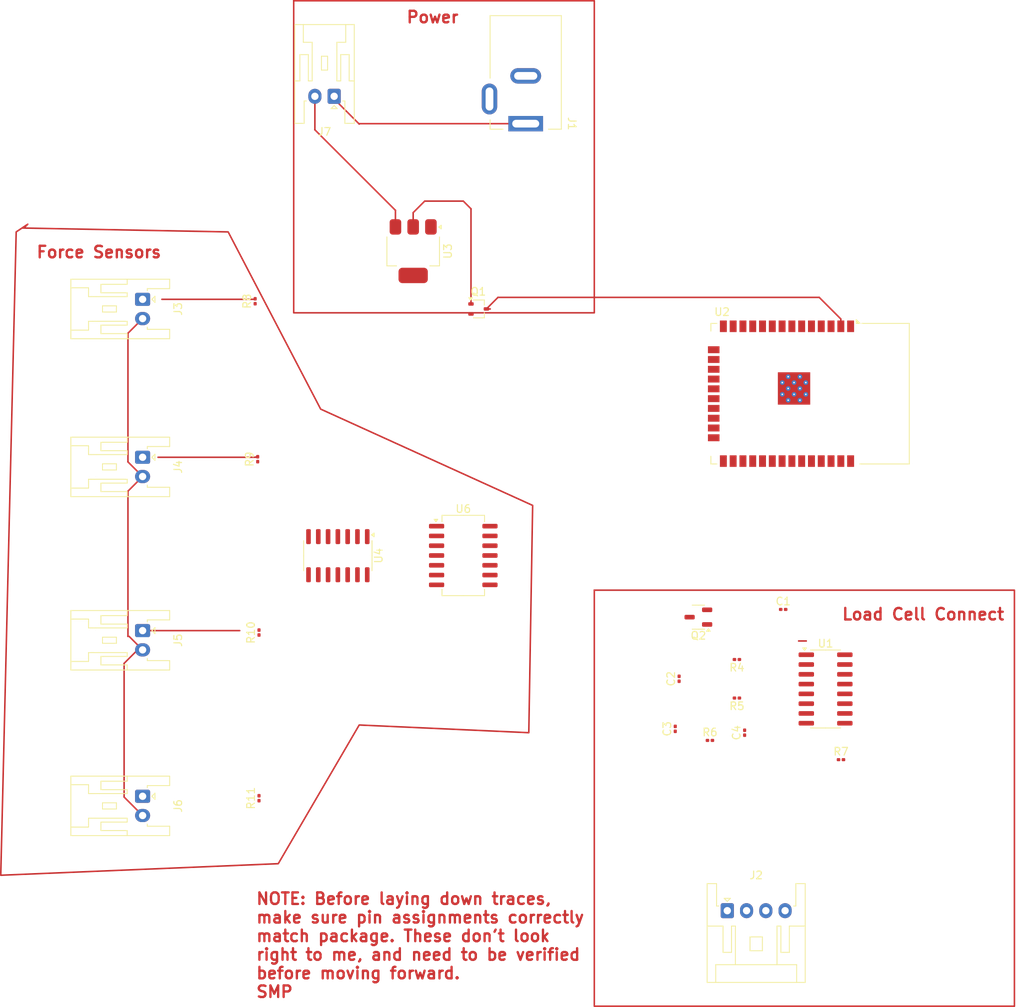
<source format=kicad_pcb>
(kicad_pcb (version 20240108) (generator "pcbnew") (generator_version "8.0")
  (title_block (title "FLOPS") (date "2024-11-07") (rev "REV1") (comment 1 "Team 09"))
  (layers (0 "F.Cu" signal) (31 "B.Cu" signal) (34 "B.Paste" user) (35 "F.Paste" user) (36 "B.SilkS" user "B.Silkscreen") (37 "F.SilkS" user "F.Silkscreen") (38 "B.Mask" user) (39 "F.Mask" user) (44 "Edge.Cuts" user))
  (net 0 "")
  (net 1 "+3.3V")
  (net 2 "Net-(Q2-B)")
  (net 3 "Net-(J2-Pin_1)")
  (net 4 "GND")
  (net 6 "Net-(U1-VBG)")
  (net 7 "Net-(U1-INA-)")
  (net 8 "Net-(U1-VFB)")
  (net 9 "Net-(U1-PD_SCK)")
  (net 10 "Net-(U1-DOUT)")
  (net 11 "Net-(U1-INA+)")
  (net 43 "Net-(J3-Pin_1)")
  (net 44 "+5V")
  (net 45 "Net-(J2-Pin_3)")
  (net 46 "Net-(J2-Pin_4)")
  (net 47 "+5")
  (net 48 "Net-(J4-Pin_1)")
  (net 49 "Net-(J5-Pin_1)")
  (net 50 "Net-(J6-Pin_1)")
  (net 51 "Net-(J7-Pin_2)")
  (net 52 "Net-(Q1-G)")
  (net 53 "Net-(Q1-S)")
  (net 55 "Net-(U4C--)")
  (net 56 "Net-(U4A--)")
  (net 57 "Net-(U4B--)")
  (net 58 "Net-(R1-Pad1)")
  (net 59 "Net-(U4D--)")
  (footprint "Resistor_SMD:R_0201_0603Metric" (layer "F.Cu") (at 127.5 130.5)
    (property "Reference" "R7" (at 0 -1.05 0) (layer "F.SilkS"))
    (property "Value" "0603")
    (pad "1" smd roundrect (at -0.32 0) (size 0.46 0.4) (layers "F.Cu" "F.Mask") (net 11 "Net-(U1-INA+)"))
    (pad "2" smd roundrect (at 0.32 0) (size 0.46 0.4) (layers "F.Cu" "F.Mask") (net 46 "Net-(J2-Pin_4)"))
  )
  (footprint "Resistor_SMD:R_0201_0603Metric" (layer "F.Cu") (at 52 135.5 90)
    (property "Reference" "R11" (at 0 -1.05 90) (layer "F.SilkS"))
    (property "Value" "0603")
    (pad "1" smd roundrect (at -0.32 0 90) (size 0.46 0.4) (layers "F.Cu" "F.Mask") (net 4 "GND"))
    (pad "2" smd roundrect (at 0.32 0 90) (size 0.46 0.4) (layers "F.Cu" "F.Mask") (net 50 "Net-(J6-Pin_1)"))
  )
  (footprint "Capacitor_SMD:C_0201_0603Metric" (layer "F.Cu") (at 106 126.5 90)
    (property "Reference" "C3" (at 0 -1.05 90) (layer "F.SilkS"))
    (property "Value" "0603")
    (pad "1" smd roundrect (at -0.32 0 90) (size 0.46 0.4) (layers "F.Cu" "F.Mask") (net 6 "Net-(U1-VBG)"))
    (pad "2" smd roundrect (at 0.32 0 90) (size 0.46 0.4) (layers "F.Cu" "F.Mask") (net 4 "GND"))
  )
  (footprint "Connector_JST:JST_XA_S04B-XASK-1N-BN_1x04_P2.50mm_Horizontal" (layer "F.Cu") (at 112.75 150.1)
    (property "Reference" "J2" (at 3.75 -4.6 360) (layer "F.SilkS"))
    (property "Value" "Conn_01x04")
    (fp_line (start -2.61 -3.51) (end -2.61 9.31) (stroke (width 0.12)) (layer "F.SilkS"))
    (fp_line (start -2.61 9.31) (end 10.11 9.31) (stroke (width 0.12)) (layer "F.SilkS"))
    (fp_line (start -1.5 7.01) (end 9 7.01) (stroke (width 0.12)) (layer "F.SilkS"))
    (fp_line (start -1.5 9.31) (end -1.5 7.01) (stroke (width 0.12)) (layer "F.SilkS"))
    (fp_line (start -1.39 -3.51) (end -2.61 -3.51) (stroke (width 0.12)) (layer "F.SilkS"))
    (fp_line (start -1.39 -0.61) (end -1.39 -3.51) (stroke (width 0.12)) (layer "F.SilkS"))
    (fp_line (start -1.11 -0.61) (end -1.39 -0.61) (stroke (width 0.12)) (layer "F.SilkS"))
    (fp_line (start -0.55 2) (end -2.61 2) (stroke (width 0.12)) (layer "F.SilkS"))
    (fp_line (start -0.55 5.41) (end -0.55 2) (stroke (width 0.12)) (layer "F.SilkS"))
    (fp_line (start -0.4 -1.6) (end 0.4 -1.6) (stroke (width 0.12)) (layer "F.SilkS"))
    (fp_line (start 0 -1.2) (end -0.4 -1.6) (stroke (width 0.12)) (layer "F.SilkS"))
    (fp_line (start 0.4 -1.6) (end 0 -1.2) (stroke (width 0.12)) (layer "F.SilkS"))
    (fp_line (start 0.55 2) (end 0.55 5.41) (stroke (width 0.12)) (layer "F.SilkS"))
    (fp_line (start 0.55 5.41) (end -0.55 5.41) (stroke (width 0.12)) (layer "F.SilkS"))
    (fp_line (start 1.05 2) (end 0.55 2) (stroke (width 0.12)) (layer "F.SilkS"))
    (fp_line (start 1.05 7.01) (end 1.05 2) (stroke (width 0.12)) (layer "F.SilkS"))
    (fp_line (start 2.95 3.4) (end 4.55 3.4) (stroke (width 0.12)) (layer "F.SilkS"))
    (fp_line (start 2.95 5.2) (end 2.95 3.4) (stroke (width 0.12)) (layer "F.SilkS"))
    (fp_line (start 4.55 3.4) (end 4.55 5.2) (stroke (width 0.12)) (layer "F.SilkS"))
    (fp_line (start 4.55 5.2) (end 2.95 5.2) (stroke (width 0.12)) (layer "F.SilkS"))
    (fp_line (start 6.45 2) (end 6.95 2) (stroke (width 0.12)) (layer "F.SilkS"))
    (fp_line (start 6.45 7.01) (end 6.45 2) (stroke (width 0.12)) (layer "F.SilkS"))
    (fp_line (start 6.95 2) (end 6.95 5.41) (stroke (width 0.12)) (layer "F.SilkS"))
    (fp_line (start 6.95 5.41) (end 8.05 5.41) (stroke (width 0.12)) (layer "F.SilkS"))
    (fp_line (start 8.05 2) (end 10.11 2) (stroke (width 0.12)) (layer "F.SilkS"))
    (fp_line (start 8.05 5.41) (end 8.05 2) (stroke (width 0.12)) (layer "F.SilkS"))
    (fp_line (start 8.89 -3.51) (end 8.89 -0.61) (stroke (width 0.12)) (layer "F.SilkS"))
    (fp_line (start 8.89 -0.61) (end 8.61 -0.61) (stroke (width 0.12)) (layer "F.SilkS"))
    (fp_line (start 9 7.01) (end 9 9.31) (stroke (width 0.12)) (layer "F.SilkS"))
    (fp_line (start 10.11 -3.51) (end 8.89 -3.51) (stroke (width 0.12)) (layer "F.SilkS"))
    (fp_line (start 10.11 9.31) (end 10.11 -3.51) (stroke (width 0.12)) (layer "F.SilkS"))
    (pad "1" thru_hole roundrect (at 0 0) (size 1.7 1.95) (drill 0.95) (layers "*.Cu" "*.Mask") (roundrect_rratio 0.147059) (net 3 "Net-(J2-Pin_1)"))
    (pad "2" thru_hole oval (at 2.5 0) (size 1.7 1.95) (drill 0.95) (layers "*.Cu" "*.Mask") (net 4 "GND"))
    (pad "3" thru_hole oval (at 5 0) (size 1.7 1.95) (drill 0.95) (layers "*.Cu" "*.Mask") (net 45 "Net-(J2-Pin_3)"))
    (pad "4" thru_hole oval (at 7.5 0) (size 1.7 1.95) (drill 0.95) (layers "*.Cu" "*.Mask") (net 46 "Net-(J2-Pin_4)"))
  )
  (footprint "Resistor_SMD:R_0201_0603Metric" (layer "F.Cu") (at 51.83 91.5 90)
    (property "Reference" "R9" (at 0 -1.05 90) (layer "F.SilkS"))
    (property "Value" "0603")
    (pad "1" smd roundrect (at -0.32 0 90) (size 0.46 0.4) (layers "F.Cu" "F.Mask") (net 4 "GND"))
    (pad "2" smd roundrect (at 0.32 0 90) (size 0.46 0.4) (layers "F.Cu" "F.Mask") (net 48 "Net-(J4-Pin_1)"))
  )
  (footprint "Package_TO_SOT_SMD:SOT-23-3" (layer "F.Cu") (at 109 112 180)
    (property "Reference" "Q2" (at 0 -2.4 360) (layer "F.SilkS"))
    (property "Value" "S8550")
    (fp_line (start 0 1.56) (end 0.8 1.56) (stroke (width 0.12)) (layer "F.SilkS"))
    (fp_line (start 0 1.56) (end -0.8 1.56) (stroke (width 0.12)) (layer "F.SilkS"))
    (fp_line (start 0 -1.56) (end 0.8 -1.56) (stroke (width 0.12)) (layer "F.SilkS"))
    (fp_line (start 0 -1.56) (end -0.8 -1.56) (stroke (width 0.12)) (layer "F.SilkS"))
    (fp_poly (pts (xy -1.3 -1.51) (xy -1.54 -1.84) (xy -1.06 -1.84) (xy -1.3 -1.51)) (stroke (width 0.12)) (fill solid) (layer "F.SilkS"))
    (pad "1" smd roundrect (at -1.1375 -0.95 180) (size 1.325 0.6) (layers "F.Cu" "F.Paste" "F.Mask") (net 1 "+3.3V"))
    (pad "2" smd roundrect (at -1.1375 0.95 180) (size 1.325 0.6) (layers "F.Cu" "F.Paste" "F.Mask") (net 2 "Net-(Q2-B)"))
    (pad "3" smd roundrect (at 1.1375 0 180) (size 1.325 0.6) (layers "F.Cu" "F.Paste" "F.Mask") (net 3 "Net-(J2-Pin_1)"))
  )
  (footprint "Package_TO_SOT_SMD:SOT-223" (layer "F.Cu") (at 72 64.5 -90)
    (property "Reference" "U3" (at 0 -4.5 90) (layer "F.SilkS"))
    (property "Value" "AZ1117CH-3.3")
    (fp_line (start -1.85 3.41) (end 1.91 3.41) (stroke (width 0.12)) (layer "F.SilkS"))
    (fp_line (start 1.91 3.41) (end 1.91 2.15) (stroke (width 0.12)) (layer "F.SilkS"))
    (fp_line (start -1.85 -3.41) (end 1.91 -3.41) (stroke (width 0.12)) (layer "F.SilkS"))
    (fp_line (start 1.91 -3.41) (end 1.91 -2.15) (stroke (width 0.12)) (layer "F.SilkS"))
    (fp_poly (pts (xy -3.13 -3.31) (xy -3.37 -3.64) (xy -2.89 -3.64) (xy -3.13 -3.31)) (stroke (width 0.12)) (fill solid) (layer "F.SilkS"))
    (pad "1" smd roundrect (at -3.15 -2.3 270) (size 2 1.5) (layers "F.Cu" "F.Paste" "F.Mask") (net 4 "GND"))
    (pad "2" smd roundrect (at -3.15 0 270) (size 2 1.5) (layers "F.Cu" "F.Paste" "F.Mask") (net 1 "+3.3V"))
    (pad "3" smd roundrect (at -3.15 2.3 270) (size 2 1.5) (layers "F.Cu" "F.Paste" "F.Mask") (net 51 "Net-(J7-Pin_2)"))
    (pad "4" smd roundrect (at 3.15 0 270) (size 2 3.8) (layers "F.Cu" "F.Paste" "F.Mask"))
  )
  (footprint "Connector_JST:JST_XA_S02B-XASK-1_1x02_P2.50mm_Horizontal" (layer "F.Cu") (at 36.9 70.75 -90)
    (property "Reference" "J3" (at 1.25 -4.6 90) (layer "F.SilkS"))
    (property "Value" "Conn_01x02")
    (fp_line (start -2.61 9.31) (end 5.11 9.31) (stroke (width 0.12)) (layer "F.SilkS"))
    (fp_line (start -1.5 9.31) (end -1.5 7.01) (stroke (width 0.12)) (layer "F.SilkS"))
    (fp_line (start 5.11 9.31) (end 5.11 -3.51) (stroke (width 0.12)) (layer "F.SilkS"))
    (fp_line (start -1.5 7.01) (end -0.35 7.01) (stroke (width 0.12)) (layer "F.SilkS"))
    (fp_line (start -0.35 7.01) (end -0.35 2) (stroke (width 0.12)) (layer "F.SilkS"))
    (fp_line (start 2.85 7.01) (end 4 7.01) (stroke (width 0.12)) (layer "F.SilkS"))
    (fp_line (start 2.85 7.01) (end 2.85 2) (stroke (width 0.12)) (layer "F.SilkS"))
    (fp_line (start 4 7.01) (end 4 9.31) (stroke (width 0.12)) (layer "F.SilkS"))
    (fp_line (start -1.95 5.41) (end -1.95 2) (stroke (width 0.12)) (layer "F.SilkS"))
    (fp_line (start -0.85 5.41) (end -1.95 5.41) (stroke (width 0.12)) (layer "F.SilkS"))
    (fp_line (start 3.35 5.41) (end 4.45 5.41) (stroke (width 0.12)) (layer "F.SilkS"))
    (fp_line (start 4.45 5.41) (end 4.45 2) (stroke (width 0.12)) (layer "F.SilkS"))
    (fp_line (start 0.85 5.2) (end 0.85 3.4) (stroke (width 0.12)) (layer "F.SilkS"))
    (fp_line (start 1.65 5.2) (end 0.85 5.2) (stroke (width 0.12)) (layer "F.SilkS"))
    (fp_line (start 0.85 3.4) (end 1.65 3.4) (stroke (width 0.12)) (layer "F.SilkS"))
    (fp_line (start 1.65 3.4) (end 1.65 5.2) (stroke (width 0.12)) (layer "F.SilkS"))
    (fp_line (start -1.95 2) (end -2.61 2) (stroke (width 0.12)) (layer "F.SilkS"))
    (fp_line (start -0.85 2) (end -0.85 5.41) (stroke (width 0.12)) (layer "F.SilkS"))
    (fp_line (start -0.35 2) (end -0.85 2) (stroke (width 0.12)) (layer "F.SilkS"))
    (fp_line (start 2.85 2) (end 3.35 2) (stroke (width 0.12)) (layer "F.SilkS"))
    (fp_line (start 3.35 2) (end 3.35 5.41) (stroke (width 0.12)) (layer "F.SilkS"))
    (fp_line (start 4.45 2) (end 5.11 2) (stroke (width 0.12)) (layer "F.SilkS"))
    (fp_line (start -1.39 -0.61) (end -1.39 -3.51) (stroke (width 0.12)) (layer "F.SilkS"))
    (fp_line (start -1.11 -0.61) (end -1.39 -0.61) (stroke (width 0.12)) (layer "F.SilkS"))
    (fp_line (start 3.89 -0.61) (end 3.61 -0.61) (stroke (width 0.12)) (layer "F.SilkS"))
    (fp_line (start 0 -1.2) (end -0.4 -1.6) (stroke (width 0.12)) (layer "F.SilkS"))
    (fp_line (start -0.4 -1.6) (end 0.4 -1.6) (stroke (width 0.12)) (layer "F.SilkS"))
    (fp_line (start 0.4 -1.6) (end 0 -1.2) (stroke (width 0.12)) (layer "F.SilkS"))
    (fp_line (start -2.61 -3.51) (end -2.61 9.31) (stroke (width 0.12)) (layer "F.SilkS"))
    (fp_line (start -1.39 -3.51) (end -2.61 -3.51) (stroke (width 0.12)) (layer "F.SilkS"))
    (fp_line (start 3.89 -3.51) (end 3.89 -0.61) (stroke (width 0.12)) (layer "F.SilkS"))
    (fp_line (start 5.11 -3.51) (end 3.89 -3.51) (stroke (width 0.12)) (layer "F.SilkS"))
    (pad "" np_thru_hole oval (at 1.25 6.5 270) (size 2.8 2) (drill oval 2.8 2) (layers "*.Cu" "*.Mask"))
    (pad "1" thru_hole roundrect (at 0 0 270) (size 1.7 1.95) (drill 0.95) (layers "*.Cu" "*.Mask") (roundrect_rratio 0.147059) (net 43 "Net-(J3-Pin_1)"))
    (pad "2" thru_hole oval (at 2.5 0 270) (size 1.7 1.95) (drill 0.95) (layers "*.Cu" "*.Mask") (net 47 "+5"))
  )
  (footprint "Capacitor_SMD:C_0201_0603Metric" (layer "F.Cu") (at 120 111)
    (property "Reference" "C1" (at 0 -1.05 0) (layer "F.SilkS"))
    (property "Value" "0603")
    (pad "1" smd roundrect (at -0.32 0) (size 0.46 0.4) (layers "F.Cu" "F.Mask") (net 4 "GND"))
    (pad "2" smd roundrect (at 0.32 0) (size 0.46 0.4) (layers "F.Cu" "F.Mask") (net 1 "+3.3V"))
  )
  (footprint "Connector_JST:JST_XA_S02B-XASK-1_1x02_P2.50mm_Horizontal" (layer "F.Cu") (at 36.9 91.25 -90)
    (property "Reference" "J4" (at 1.25 -4.6 90) (layer "F.SilkS"))
    (property "Value" "Conn_01x02")
    (fp_line (start -2.61 9.31) (end 5.11 9.31) (stroke (width 0.12)) (layer "F.SilkS"))
    (fp_line (start -1.5 9.31) (end -1.5 7.01) (stroke (width 0.12)) (layer "F.SilkS"))
    (fp_line (start 5.11 9.31) (end 5.11 -3.51) (stroke (width 0.12)) (layer "F.SilkS"))
    (fp_line (start -1.5 7.01) (end -0.35 7.01) (stroke (width 0.12)) (layer "F.SilkS"))
    (fp_line (start -0.35 7.01) (end -0.35 2) (stroke (width 0.12)) (layer "F.SilkS"))
    (fp_line (start 2.85 7.01) (end 4 7.01) (stroke (width 0.12)) (layer "F.SilkS"))
    (fp_line (start 2.85 7.01) (end 2.85 2) (stroke (width 0.12)) (layer "F.SilkS"))
    (fp_line (start 4 7.01) (end 4 9.31) (stroke (width 0.12)) (layer "F.SilkS"))
    (fp_line (start -1.95 5.41) (end -1.95 2) (stroke (width 0.12)) (layer "F.SilkS"))
    (fp_line (start -0.85 5.41) (end -1.95 5.41) (stroke (width 0.12)) (layer "F.SilkS"))
    (fp_line (start 3.35 5.41) (end 4.45 5.41) (stroke (width 0.12)) (layer "F.SilkS"))
    (fp_line (start 4.45 5.41) (end 4.45 2) (stroke (width 0.12)) (layer "F.SilkS"))
    (fp_line (start 0.85 5.2) (end 0.85 3.4) (stroke (width 0.12)) (layer "F.SilkS"))
    (fp_line (start 1.65 5.2) (end 0.85 5.2) (stroke (width 0.12)) (layer "F.SilkS"))
    (fp_line (start 0.85 3.4) (end 1.65 3.4) (stroke (width 0.12)) (layer "F.SilkS"))
    (fp_line (start 1.65 3.4) (end 1.65 5.2) (stroke (width 0.12)) (layer "F.SilkS"))
    (fp_line (start -1.95 2) (end -2.61 2) (stroke (width 0.12)) (layer "F.SilkS"))
    (fp_line (start -0.85 2) (end -0.85 5.41) (stroke (width 0.12)) (layer "F.SilkS"))
    (fp_line (start -0.35 2) (end -0.85 2) (stroke (width 0.12)) (layer "F.SilkS"))
    (fp_line (start 2.85 2) (end 3.35 2) (stroke (width 0.12)) (layer "F.SilkS"))
    (fp_line (start 3.35 2) (end 3.35 5.41) (stroke (width 0.12)) (layer "F.SilkS"))
    (fp_line (start 4.45 2) (end 5.11 2) (stroke (width 0.12)) (layer "F.SilkS"))
    (fp_line (start -1.39 -0.61) (end -1.39 -3.51) (stroke (width 0.12)) (layer "F.SilkS"))
    (fp_line (start -1.11 -0.61) (end -1.39 -0.61) (stroke (width 0.12)) (layer "F.SilkS"))
    (fp_line (start 3.89 -0.61) (end 3.61 -0.61) (stroke (width 0.12)) (layer "F.SilkS"))
    (fp_line (start 0 -1.2) (end -0.4 -1.6) (stroke (width 0.12)) (layer "F.SilkS"))
    (fp_line (start -0.4 -1.6) (end 0.4 -1.6) (stroke (width 0.12)) (layer "F.SilkS"))
    (fp_line (start 0.4 -1.6) (end 0 -1.2) (stroke (width 0.12)) (layer "F.SilkS"))
    (fp_line (start -2.61 -3.51) (end -2.61 9.31) (stroke (width 0.12)) (layer "F.SilkS"))
    (fp_line (start -1.39 -3.51) (end -2.61 -3.51) (stroke (width 0.12)) (layer "F.SilkS"))
    (fp_line (start 3.89 -3.51) (end 3.89 -0.61) (stroke (width 0.12)) (layer "F.SilkS"))
    (fp_line (start 5.11 -3.51) (end 3.89 -3.51) (stroke (width 0.12)) (layer "F.SilkS"))
    (pad "" np_thru_hole oval (at 1.25 6.5 270) (size 2.8 2) (drill oval 2.8 2) (layers "*.Cu" "*.Mask"))
    (pad "1" thru_hole roundrect (at 0 0 270) (size 1.7 1.95) (drill 0.95) (layers "*.Cu" "*.Mask") (roundrect_rratio 0.147059) (net 48 "Net-(J4-Pin_1)"))
    (pad "2" thru_hole oval (at 2.5 0 270) (size 1.7 1.95) (drill 0.95) (layers "*.Cu" "*.Mask") (net 47 "+5"))
  )
  (footprint "Connector_BarrelJack:BarrelJack_Kycon_KLDX-0202-xC_Horizontal" (layer "F.Cu") (at 86.6 47.95 -90)
    (property "Reference" "J1" (at 0 -6 -90) (layer "F.SilkS"))
    (property "Value" "Barrel_Jack")
    (fp_line (start -14.02 4.62) (end -5.9 4.62) (stroke (width 0.12)) (layer "F.SilkS"))
    (fp_line (start -0.5 4.62) (end 0.72 4.62) (stroke (width 0.12)) (layer "F.SilkS"))
    (fp_line (start 0.72 4.62) (end 0.72 2.95) (stroke (width 0.12)) (layer "F.SilkS"))
    (fp_line (start 0.72 -2.95) (end 0.72 -4.62) (stroke (width 0.12)) (layer "F.SilkS"))
    (fp_line (start -14.02 -4.62) (end -14.02 4.62) (stroke (width 0.12)) (layer "F.SilkS"))
    (fp_line (start 0.72 -4.62) (end -14.02 -4.62) (stroke (width 0.12)) (layer "F.SilkS"))
    (pad "1" thru_hole rect (at 0 0 270) (size 2 4.5) (drill oval 1 3.5) (layers "*.Cu" "*.Mask") (net 44 "+5V"))
    (pad "2" thru_hole oval (at -6.2 0 270) (size 2 4) (drill oval 1 3) (layers "*.Cu" "*.Mask") (net 4 "GND"))
    (pad "3" thru_hole oval (at -3.2 4.7) (size 2 4) (drill oval 1 3) (layers "*.Cu" "*.Mask"))
  )
  (footprint "Resistor_SMD:R_0201_0603Metric" (layer "F.Cu") (at 110.5 128)
    (property "Reference" "R6" (at 0 -1.05 0) (layer "F.SilkS"))
    (property "Value" "0603")
    (pad "1" smd roundrect (at -0.32 0) (size 0.46 0.4) (layers "F.Cu" "F.Mask") (net 7 "Net-(U1-INA-)"))
    (pad "2" smd roundrect (at 0.32 0) (size 0.46 0.4) (layers "F.Cu" "F.Mask") (net 45 "Net-(J2-Pin_3)"))
  )
  (footprint "Connector_JST:JST_XA_S02B-XASK-1_1x02_P2.50mm_Horizontal" (layer "F.Cu") (at 61.75 44.4 180)
    (property "Reference" "J7" (at 1.25 -4.6 360) (layer "F.SilkS"))
    (property "Value" "Conn_01x02")
    (fp_line (start 5.11 9.31) (end 5.11 -3.51) (stroke (width 0.12)) (layer "F.SilkS"))
    (fp_line (start 5.11 -3.51) (end 3.89 -3.51) (stroke (width 0.12)) (layer "F.SilkS"))
    (fp_line (start 4.45 5.41) (end 4.45 2) (stroke (width 0.12)) (layer "F.SilkS"))
    (fp_line (start 4.45 2) (end 5.11 2) (stroke (width 0.12)) (layer "F.SilkS"))
    (fp_line (start 4 7.01) (end 4 9.31) (stroke (width 0.12)) (layer "F.SilkS"))
    (fp_line (start 3.89 -0.61) (end 3.61 -0.61) (stroke (width 0.12)) (layer "F.SilkS"))
    (fp_line (start 3.89 -3.51) (end 3.89 -0.61) (stroke (width 0.12)) (layer "F.SilkS"))
    (fp_line (start 3.35 5.41) (end 4.45 5.41) (stroke (width 0.12)) (layer "F.SilkS"))
    (fp_line (start 3.35 2) (end 3.35 5.41) (stroke (width 0.12)) (layer "F.SilkS"))
    (fp_line (start 2.85 7.01) (end 4 7.01) (stroke (width 0.12)) (layer "F.SilkS"))
    (fp_line (start 2.85 7.01) (end 2.85 2) (stroke (width 0.12)) (layer "F.SilkS"))
    (fp_line (start 2.85 2) (end 3.35 2) (stroke (width 0.12)) (layer "F.SilkS"))
    (fp_line (start 1.65 5.2) (end 0.85 5.2) (stroke (width 0.12)) (layer "F.SilkS"))
    (fp_line (start 1.65 3.4) (end 1.65 5.2) (stroke (width 0.12)) (layer "F.SilkS"))
    (fp_line (start 0.85 5.2) (end 0.85 3.4) (stroke (width 0.12)) (layer "F.SilkS"))
    (fp_line (start 0.85 3.4) (end 1.65 3.4) (stroke (width 0.12)) (layer "F.SilkS"))
    (fp_line (start 0.4 -1.6) (end 0 -1.2) (stroke (width 0.12)) (layer "F.SilkS"))
    (fp_line (start 0 -1.2) (end -0.4 -1.6) (stroke (width 0.12)) (layer "F.SilkS"))
    (fp_line (start -0.35 7.01) (end -0.35 2) (stroke (width 0.12)) (layer "F.SilkS"))
    (fp_line (start -0.35 2) (end -0.85 2) (stroke (width 0.12)) (layer "F.SilkS"))
    (fp_line (start -0.4 -1.6) (end 0.4 -1.6) (stroke (width 0.12)) (layer "F.SilkS"))
    (fp_line (start -0.85 5.41) (end -1.95 5.41) (stroke (width 0.12)) (layer "F.SilkS"))
    (fp_line (start -0.85 2) (end -0.85 5.41) (stroke (width 0.12)) (layer "F.SilkS"))
    (fp_line (start -1.11 -0.61) (end -1.39 -0.61) (stroke (width 0.12)) (layer "F.SilkS"))
    (fp_line (start -1.39 -0.61) (end -1.39 -3.51) (stroke (width 0.12)) (layer "F.SilkS"))
    (fp_line (start -1.39 -3.51) (end -2.61 -3.51) (stroke (width 0.12)) (layer "F.SilkS"))
    (fp_line (start -1.5 9.31) (end -1.5 7.01) (stroke (width 0.12)) (layer "F.SilkS"))
    (fp_line (start -1.5 7.01) (end -0.35 7.01) (stroke (width 0.12)) (layer "F.SilkS"))
    (fp_line (start -1.95 5.41) (end -1.95 2) (stroke (width 0.12)) (layer "F.SilkS"))
    (fp_line (start -1.95 2) (end -2.61 2) (stroke (width 0.12)) (layer "F.SilkS"))
    (fp_line (start -2.61 9.31) (end 5.11 9.31) (stroke (width 0.12)) (layer "F.SilkS"))
    (fp_line (start -2.61 -3.51) (end -2.61 9.31) (stroke (width 0.12)) (layer "F.SilkS"))
    (pad "" np_thru_hole oval (at 1.25 6.5 180) (size 2.8 2) (drill oval 2.8 2) (layers "*.Cu" "*.Mask"))
    (pad "1" thru_hole roundrect (at 0 0 180) (size 1.7 1.95) (drill 0.95) (layers "*.Cu" "*.Mask") (roundrect_rratio 0.147059) (net 44 "+5V"))
    (pad "2" thru_hole oval (at 2.5 0 180) (size 1.7 1.95) (drill 0.95) (layers "*.Cu" "*.Mask") (net 51 "Net-(J7-Pin_2)"))
  )
  (footprint "Capacitor_SMD:C_0201_0603Metric" (layer "F.Cu") (at 115 127 90)
    (property "Reference" "C4" (at 0 -1.05 90) (layer "F.SilkS"))
    (property "Value" "0603")
    (pad "1" smd roundrect (at -0.32 0 90) (size 0.46 0.4) (layers "F.Cu" "F.Mask") (net 11 "Net-(U1-INA+)"))
    (pad "2" smd roundrect (at 0.32 0 90) (size 0.46 0.4) (layers "F.Cu" "F.Mask") (net 7 "Net-(U1-INA-)"))
  )
  (footprint "Resistor_SMD:R_0201_0603Metric" (layer "F.Cu") (at 52 114 90)
    (property "Reference" "R10" (at 0 -1.05 90) (layer "F.SilkS"))
    (property "Value" "0603")
    (pad "1" smd roundrect (at -0.32 0 90) (size 0.46 0.4) (layers "F.Cu" "F.Mask") (net 4 "GND"))
    (pad "2" smd roundrect (at 0.32 0 90) (size 0.46 0.4) (layers "F.Cu" "F.Mask") (net 49 "Net-(J5-Pin_1)"))
  )
  (footprint "Capacitor_SMD:C_0201_0603Metric" (layer "F.Cu") (at 106.5 120 90)
    (property "Reference" "C2" (at 0 -1.05 90) (layer "F.SilkS"))
    (property "Value" "0603")
    (pad "1" smd roundrect (at -0.32 0 90) (size 0.46 0.4) (layers "F.Cu" "F.Mask") (net 4 "GND"))
    (pad "2" smd roundrect (at 0.32 0 90) (size 0.46 0.4) (layers "F.Cu" "F.Mask") (net 3 "Net-(J2-Pin_1)"))
  )
  (footprint "Package_TO_SOT_SMD:SOT-323_SC-70" (layer "F.Cu") (at 80.5 72)
    (property "Reference" "Q1" (at -0.05 -2.25 360) (layer "F.SilkS"))
    (property "Value" "NMOS")
    (fp_line (start -0.68 -1.16) (end 0.73 -1.16) (stroke (width 0.12)) (layer "F.SilkS"))
    (fp_line (start -0.68 1.16) (end 0.73 1.16) (stroke (width 0.12)) (layer "F.SilkS"))
    (fp_line (start 0.73 -1.16) (end 0.73 -0.5) (stroke (width 0.12)) (layer "F.SilkS"))
    (fp_line (start 0.73 0.5) (end 0.73 1.16) (stroke (width 0.12)) (layer "F.SilkS"))
    (fp_poly (pts (xy -1.05 -1.14) (xy -1.29 -1.47) (xy -0.81 -1.47) (xy -1.05 -1.14)) (stroke (width 0.12)) (fill solid) (layer "F.SilkS"))
    (pad "1" smd roundrect (at -1 -0.65 270) (size 0.45 0.7) (layers "F.Cu" "F.Paste" "F.Mask") (net 1 "+3.3V"))
    (pad "2" smd roundrect (at -1 0.65 270) (size 0.45 0.7) (layers "F.Cu" "F.Paste" "F.Mask") (net 52 "Net-(Q1-G)"))
    (pad "3" smd roundrect (at 1 0 270) (size 0.45 0.7) (layers "F.Cu" "F.Paste" "F.Mask") (net 53 "Net-(Q1-S)"))
  )
  (footprint "Package_SO:SOIC-14_3.9x8.7mm_P1.27mm" (layer "F.Cu") (at 62.23 104.025 -90)
    (property "Reference" "U4" (at 0 -5.28 90) (layer "F.SilkS"))
    (property "Value" "MCP6004")
    (fp_line (start 0 4.435) (end -1.95 4.435) (stroke (width 0.12)) (layer "F.SilkS"))
    (fp_line (start 0 4.435) (end 1.95 4.435) (stroke (width 0.12)) (layer "F.SilkS"))
    (fp_line (start 0 -4.435) (end -1.95 -4.435) (stroke (width 0.12)) (layer "F.SilkS"))
    (fp_line (start 0 -4.435) (end 1.95 -4.435) (stroke (width 0.12)) (layer "F.SilkS"))
    (fp_poly (pts (xy -2.7 -4.37) (xy -2.94 -4.7) (xy -2.46 -4.7) (xy -2.7 -4.37)) (stroke (width 0.12)) (fill solid) (layer "F.SilkS"))
    (pad "1" smd roundrect (at -2.475 -3.81 270) (size 1.95 0.6) (layers "F.Cu" "F.Paste" "F.Mask") (net 56 "Net-(U4A--)"))
    (pad "2" smd roundrect (at -2.475 -2.54 270) (size 1.95 0.6) (layers "F.Cu" "F.Paste" "F.Mask") (net 56 "Net-(U4A--)"))
    (pad "3" smd roundrect (at -2.475 -1.27 270) (size 1.95 0.6) (layers "F.Cu" "F.Paste" "F.Mask") (net 43 "Net-(J3-Pin_1)"))
    (pad "4" smd roundrect (at -2.475 0 270) (size 1.95 0.6) (layers "F.Cu" "F.Paste" "F.Mask") (net 44 "+5V"))
    (pad "5" smd roundrect (at -2.475 1.27 270) (size 1.95 0.6) (layers "F.Cu" "F.Paste" "F.Mask") (net 48 "Net-(J4-Pin_1)"))
    (pad "6" smd roundrect (at -2.475 2.54 270) (size 1.95 0.6) (layers "F.Cu" "F.Paste" "F.Mask") (net 57 "Net-(U4B--)"))
    (pad "7" smd roundrect (at -2.475 3.81 270) (size 1.95 0.6) (layers "F.Cu" "F.Paste" "F.Mask") (net 57 "Net-(U4B--)"))
    (pad "8" smd roundrect (at 2.475 3.81 270) (size 1.95 0.6) (layers "F.Cu" "F.Paste" "F.Mask") (net 55 "Net-(U4C--)"))
    (pad "9" smd roundrect (at 2.475 2.54 270) (size 1.95 0.6) (layers "F.Cu" "F.Paste" "F.Mask") (net 55 "Net-(U4C--)"))
    (pad "10" smd roundrect (at 2.475 1.27 270) (size 1.95 0.6) (layers "F.Cu" "F.Paste" "F.Mask") (net 49 "Net-(J5-Pin_1)"))
    (pad "11" smd roundrect (at 2.475 0 270) (size 1.95 0.6) (layers "F.Cu" "F.Paste" "F.Mask") (net 4 "GND"))
    (pad "12" smd roundrect (at 2.475 -1.27 270) (size 1.95 0.6) (layers "F.Cu" "F.Paste" "F.Mask") (net 50 "Net-(J6-Pin_1)"))
    (pad "13" smd roundrect (at 2.475 -2.54 270) (size 1.95 0.6) (layers "F.Cu" "F.Paste" "F.Mask") (net 59 "Net-(U4D--)"))
    (pad "14" smd roundrect (at 2.475 -3.81 270) (size 1.95 0.6) (layers "F.Cu" "F.Paste" "F.Mask") (net 59 "Net-(U4D--)"))
  )
  (footprint "RF_Module:ESP32-WROOM-32" (layer "F.Cu") (at 120.5 83 -90)
    (property "Reference" "U2" (at -10.61 8.43 360) (layer "F.SilkS"))
    (property "Value" "ESP32-WROOM-32")
    (fp_line (start -9.12 9.88) (end -8.12 9.88) (stroke (width 0.12)) (layer "F.SilkS"))
    (fp_line (start 9.12 9.88) (end 8.12 9.88) (stroke (width 0.12)) (layer "F.SilkS"))
    (fp_line (start -9.12 9.1) (end -9.12 9.88) (stroke (width 0.12)) (layer "F.SilkS"))
    (fp_line (start 9.12 9.1) (end 9.12 9.88) (stroke (width 0.12)) (layer "F.SilkS"))
    (fp_line (start -9.12 -15.86) (end -9.12 -9.7) (stroke (width 0.12)) (layer "F.SilkS"))
    (fp_line (start -9.12 -15.86) (end 9.12 -15.86) (stroke (width 0.12)) (layer "F.SilkS"))
    (fp_line (start 9.12 -15.86) (end 9.12 -9.445) (stroke (width 0.12)) (layer "F.SilkS"))
    (fp_poly (pts (xy -9.125 -8.975) (xy -9.625 -8.975) (xy -9.125 -9.475) (xy -9.125 -8.975)) (stroke (width 0.12)) (fill solid) (layer "F.SilkS"))
    (pad "1" smd rect (at -8.75 -8.25 270) (size 1.5 0.9) (layers "F.Cu" "F.Paste" "F.Mask") (net 4 "GND"))
    (pad "2" smd rect (at -8.75 -6.98 270) (size 1.5 0.9) (layers "F.Cu" "F.Paste" "F.Mask") (net 53 "Net-(Q1-S)"))
    (pad "3" smd rect (at -8.75 -5.71 270) (size 1.5 0.9) (layers "F.Cu" "F.Paste" "F.Mask"))
    (pad "4" smd rect (at -8.75 -4.44 270) (size 1.5 0.9) (layers "F.Cu" "F.Paste" "F.Mask"))
    (pad "5" smd rect (at -8.75 -3.17 270) (size 1.5 0.9) (layers "F.Cu" "F.Paste" "F.Mask"))
    (pad "6" smd rect (at -8.75 -1.9 270) (size 1.5 0.9) (layers "F.Cu" "F.Paste" "F.Mask"))
    (pad "7" smd rect (at -8.75 -0.63 270) (size 1.5 0.9) (layers "F.Cu" "F.Paste" "F.Mask"))
    (pad "8" smd rect (at -8.75 0.64 270) (size 1.5 0.9) (layers "F.Cu" "F.Paste" "F.Mask"))
    (pad "9" smd rect (at -8.75 1.91 270) (size 1.5 0.9) (layers "F.Cu" "F.Paste" "F.Mask"))
    (pad "10" smd rect (at -8.75 3.18 270) (size 1.5 0.9) (layers "F.Cu" "F.Paste" "F.Mask"))
    (pad "11" smd rect (at -8.75 4.45 270) (size 1.5 0.9) (layers "F.Cu" "F.Paste" "F.Mask"))
    (pad "12" smd rect (at -8.75 5.72 270) (size 1.5 0.9) (layers "F.Cu" "F.Paste" "F.Mask"))
    (pad "13" smd rect (at -8.75 6.99 270) (size 1.5 0.9) (layers "F.Cu" "F.Paste" "F.Mask"))
    (pad "14" smd rect (at -8.75 8.26 270) (size 1.5 0.9) (layers "F.Cu" "F.Paste" "F.Mask"))
    (pad "15" smd rect (at -5.71 9.51) (size 1.5 0.9) (layers "F.Cu" "F.Paste" "F.Mask") (net 4 "GND"))
    (pad "16" smd rect (at -4.44 9.51) (size 1.5 0.9) (layers "F.Cu" "F.Paste" "F.Mask"))
    (pad "17" smd rect (at -3.17 9.51) (size 1.5 0.9) (layers "F.Cu" "F.Paste" "F.Mask"))
    (pad "18" smd rect (at -1.9 9.51) (size 1.5 0.9) (layers "F.Cu" "F.Paste" "F.Mask"))
    (pad "19" smd rect (at -0.63 9.51) (size 1.5 0.9) (layers "F.Cu" "F.Paste" "F.Mask"))
    (pad "20" smd rect (at 0.64 9.51) (size 1.5 0.9) (layers "F.Cu" "F.Paste" "F.Mask"))
    (pad "21" smd rect (at 1.91 9.51) (size 1.5 0.9) (layers "F.Cu" "F.Paste" "F.Mask"))
    (pad "22" smd rect (at 3.18 9.51) (size 1.5 0.9) (layers "F.Cu" "F.Paste" "F.Mask"))
    (pad "23" smd rect (at 4.45 9.51) (size 1.5 0.9) (layers "F.Cu" "F.Paste" "F.Mask"))
    (pad "24" smd rect (at 5.72 9.51) (size 1.5 0.9) (layers "F.Cu" "F.Paste" "F.Mask"))
    (pad "25" smd rect (at 8.75 8.26 270) (size 1.5 0.9) (layers "F.Cu" "F.Paste" "F.Mask"))
    (pad "26" smd rect (at 8.75 6.99 270) (size 1.5 0.9) (layers "F.Cu" "F.Paste" "F.Mask") (net 9 "Net-(U1-PD_SCK)"))
    (pad "27" smd rect (at 8.75 5.72 270) (size 1.5 0.9) (layers "F.Cu" "F.Paste" "F.Mask") (net 10 "Net-(U1-DOUT)"))
    (pad "28" smd rect (at 8.75 4.45 270) (size 1.5 0.9) (layers "F.Cu" "F.Paste" "F.Mask"))
    (pad "29" smd rect (at 8.75 3.18 270) (size 1.5 0.9) (layers "F.Cu" "F.Paste" "F.Mask"))
    (pad "30" smd rect (at 8.75 1.91 270) (size 1.5 0.9) (layers "F.Cu" "F.Paste" "F.Mask"))
    (pad "31" smd rect (at 8.75 0.64 270) (size 1.5 0.9) (layers "F.Cu" "F.Paste" "F.Mask"))
    (pad "32" smd rect (at 8.75 -0.63 270) (size 1.5 0.9) (layers "F.Cu" "F.Paste" "F.Mask"))
    (pad "33" smd rect (at 8.75 -1.9 270) (size 1.5 0.9) (layers "F.Cu" "F.Paste" "F.Mask"))
    (pad "34" smd rect (at 8.75 -3.17 270) (size 1.5 0.9) (layers "F.Cu" "F.Paste" "F.Mask"))
    (pad "35" smd rect (at 8.75 -4.44 270) (size 1.5 0.9) (layers "F.Cu" "F.Paste" "F.Mask"))
    (pad "36" smd rect (at 8.75 -5.71 270) (size 1.5 0.9) (layers "F.Cu" "F.Paste" "F.Mask"))
    (pad "37" smd rect (at 8.75 -6.98 270) (size 1.5 0.9) (layers "F.Cu" "F.Paste" "F.Mask"))
    (pad "38" smd rect (at 8.75 -8.25 270) (size 1.5 0.9) (layers "F.Cu" "F.Paste" "F.Mask") (net 4 "GND"))
    (pad "39" smd rect (at -2.205 -2.435 270) (size 1.05 1.05) (layers "F.Cu" "F.Paste") (net 4 "GND"))
    (pad "39" thru_hole circle (at -2.205 -1.6725 270) (size 0.6 0.6) (drill 0.2) (property pad_prop_heatsink) (layers "*.Cu" "F.Mask") (net 4 "GND"))
    (pad "39" smd rect (at -2.205 -0.91 270) (size 1.05 1.05) (layers "F.Cu" "F.Paste") (net 4 "GND"))
    (pad "39" thru_hole circle (at -2.205 -0.1475 270) (size 0.6 0.6) (drill 0.2) (property pad_prop_heatsink) (layers "*.Cu" "F.Mask") (net 4 "GND"))
    (pad "39" smd rect (at -2.205 0.615 270) (size 1.05 1.05) (layers "F.Cu" "F.Paste") (net 4 "GND"))
    (pad "39" thru_hole circle (at -1.4425 -2.435 270) (size 0.6 0.6) (drill 0.2) (property pad_prop_heatsink) (layers "*.Cu" "F.Mask") (net 4 "GND"))
    (pad "39" thru_hole circle (at -1.4425 -0.91 270) (size 0.6 0.6) (drill 0.2) (property pad_prop_heatsink) (layers "*.Cu" "F.Mask") (net 4 "GND"))
    (pad "39" thru_hole circle (at -1.4425 0.615 270) (size 0.6 0.6) (drill 0.2) (property pad_prop_heatsink) (layers "*.Cu" "F.Mask") (net 4 "GND"))
    (pad "39" smd rect (at -0.68 -2.435 270) (size 1.05 1.05) (layers "F.Cu" "F.Paste") (net 4 "GND"))
    (pad "39" thru_hole circle (at -0.68 -1.6725 270) (size 0.6 0.6) (drill 0.2) (property pad_prop_heatsink) (layers "*.Cu" "F.Mask") (net 4 "GND"))
    (pad "39" smd rect (at -0.68 -0.91 270) (size 1.05 1.05) (layers "F.Cu" "F.Paste") (net 4 "GND"))
    (pad "39" smd rect (at -0.68 -0.91 270) (size 4.2 4.2) (layers "F.Cu" "F.Mask") (net 4 "GND"))
    (pad "39" thru_hole circle (at -0.68 -0.1475 270) (size 0.6 0.6) (drill 0.2) (property pad_prop_heatsink) (layers "*.Cu" "F.Mask") (net 4 "GND"))
    (pad "39" smd rect (at -0.68 0.615 270) (size 1.05 1.05) (layers "F.Cu" "F.Paste") (net 4 "GND"))
    (pad "39" thru_hole circle (at 0.0825 -2.435 270) (size 0.6 0.6) (drill 0.2) (property pad_prop_heatsink) (layers "*.Cu" "F.Mask") (net 4 "GND"))
    (pad "39" thru_hole circle (at 0.0825 -0.91 270) (size 0.6 0.6) (drill 0.2) (property pad_prop_heatsink) (layers "*.Cu" "F.Mask") (net 4 "GND"))
    (pad "39" thru_hole circle (at 0.0825 0.615 270) (size 0.6 0.6) (drill 0.2) (property pad_prop_heatsink) (layers "*.Cu" "F.Mask") (net 4 "GND"))
    (pad "39" smd rect (at 0.845 -2.435 270) (size 1.05 1.05) (layers "F.Cu" "F.Paste") (net 4 "GND"))
    (pad "39" thru_hole circle (at 0.845 -1.6725 270) (size 0.6 0.6) (drill 0.2) (property pad_prop_heatsink) (layers "*.Cu" "F.Mask") (net 4 "GND"))
    (pad "39" smd rect (at 0.845 -0.91 270) (size 1.05 1.05) (layers "F.Cu" "F.Paste") (net 4 "GND"))
    (pad "39" thru_hole circle (at 0.845 -0.1475 270) (size 0.6 0.6) (drill 0.2) (property pad_prop_heatsink) (layers "*.Cu" "F.Mask") (net 4 "GND"))
    (pad "39" smd rect (at 0.845 0.615 270) (size 1.05 1.05) (layers "F.Cu" "F.Paste") (net 4 "GND"))
  )
  (footprint "Connector_JST:JST_XA_S02B-XASK-1_1x02_P2.50mm_Horizontal" (layer "F.Cu") (at 36.9 113.75 -90)
    (property "Reference" "J5" (at 1.25 -4.6 90) (layer "F.SilkS"))
    (property "Value" "Conn_01x02")
    (fp_line (start -2.61 9.31) (end 5.11 9.31) (stroke (width 0.12)) (layer "F.SilkS"))
    (fp_line (start -1.5 9.31) (end -1.5 7.01) (stroke (width 0.12)) (layer "F.SilkS"))
    (fp_line (start 5.11 9.31) (end 5.11 -3.51) (stroke (width 0.12)) (layer "F.SilkS"))
    (fp_line (start -1.5 7.01) (end -0.35 7.01) (stroke (width 0.12)) (layer "F.SilkS"))
    (fp_line (start -0.35 7.01) (end -0.35 2) (stroke (width 0.12)) (layer "F.SilkS"))
    (fp_line (start 2.85 7.01) (end 4 7.01) (stroke (width 0.12)) (layer "F.SilkS"))
    (fp_line (start 2.85 7.01) (end 2.85 2) (stroke (width 0.12)) (layer "F.SilkS"))
    (fp_line (start 4 7.01) (end 4 9.31) (stroke (width 0.12)) (layer "F.SilkS"))
    (fp_line (start -1.95 5.41) (end -1.95 2) (stroke (width 0.12)) (layer "F.SilkS"))
    (fp_line (start -0.85 5.41) (end -1.95 5.41) (stroke (width 0.12)) (layer "F.SilkS"))
    (fp_line (start 3.35 5.41) (end 4.45 5.41) (stroke (width 0.12)) (layer "F.SilkS"))
    (fp_line (start 4.45 5.41) (end 4.45 2) (stroke (width 0.12)) (layer "F.SilkS"))
    (fp_line (start 0.85 5.2) (end 0.85 3.4) (stroke (width 0.12)) (layer "F.SilkS"))
    (fp_line (start 1.65 5.2) (end 0.85 5.2) (stroke (width 0.12)) (layer "F.SilkS"))
    (fp_line (start 0.85 3.4) (end 1.65 3.4) (stroke (width 0.12)) (layer "F.SilkS"))
    (fp_line (start 1.65 3.4) (end 1.65 5.2) (stroke (width 0.12)) (layer "F.SilkS"))
    (fp_line (start -1.95 2) (end -2.61 2) (stroke (width 0.12)) (layer "F.SilkS"))
    (fp_line (start -0.85 2) (end -0.85 5.41) (stroke (width 0.12)) (layer "F.SilkS"))
    (fp_line (start -0.35 2) (end -0.85 2) (stroke (width 0.12)) (layer "F.SilkS"))
    (fp_line (start 2.85 2) (end 3.35 2) (stroke (width 0.12)) (layer "F.SilkS"))
    (fp_line (start 3.35 2) (end 3.35 5.41) (stroke (width 0.12)) (layer "F.SilkS"))
    (fp_line (start 4.45 2) (end 5.11 2) (stroke (width 0.12)) (layer "F.SilkS"))
    (fp_line (start -1.39 -0.61) (end -1.39 -3.51) (stroke (width 0.12)) (layer "F.SilkS"))
    (fp_line (start -1.11 -0.61) (end -1.39 -0.61) (stroke (width 0.12)) (layer "F.SilkS"))
    (fp_line (start 3.89 -0.61) (end 3.61 -0.61) (stroke (width 0.12)) (layer "F.SilkS"))
    (fp_line (start 0 -1.2) (end -0.4 -1.6) (stroke (width 0.12)) (layer "F.SilkS"))
    (fp_line (start -0.4 -1.6) (end 0.4 -1.6) (stroke (width 0.12)) (layer "F.SilkS"))
    (fp_line (start 0.4 -1.6) (end 0 -1.2) (stroke (width 0.12)) (layer "F.SilkS"))
    (fp_line (start -2.61 -3.51) (end -2.61 9.31) (stroke (width 0.12)) (layer "F.SilkS"))
    (fp_line (start -1.39 -3.51) (end -2.61 -3.51) (stroke (width 0.12)) (layer "F.SilkS"))
    (fp_line (start 3.89 -3.51) (end 3.89 -0.61) (stroke (width 0.12)) (layer "F.SilkS"))
    (fp_line (start 5.11 -3.51) (end 3.89 -3.51) (stroke (width 0.12)) (layer "F.SilkS"))
    (pad "" np_thru_hole oval (at 1.25 6.5 270) (size 2.8 2) (drill oval 2.8 2) (layers "*.Cu" "*.Mask"))
    (pad "1" thru_hole roundrect (at 0 0 270) (size 1.7 1.95) (drill 0.95) (layers "*.Cu" "*.Mask") (roundrect_rratio 0.147059) (net 49 "Net-(J5-Pin_1)"))
    (pad "2" thru_hole oval (at 2.5 0 270) (size 1.7 1.95) (drill 0.95) (layers "*.Cu" "*.Mask") (net 47 "+5"))
  )
  (footprint "Package_SO:SOP-16_3.9x9.9mm_P1.27mm" (layer "F.Cu") (at 125.5 121.325)
    (property "Reference" "U1" (at 0 -5.9 0) (layer "F.SilkS"))
    (property "Value" "HX711")
    (fp_line (start 0 -5.06) (end -1.95 -5.06) (stroke (width 0.12)) (layer "F.SilkS"))
    (fp_line (start 0 -5.06) (end 1.95 -5.06) (stroke (width 0.12)) (layer "F.SilkS"))
    (fp_line (start 0 5.06) (end -1.95 5.06) (stroke (width 0.12)) (layer "F.SilkS"))
    (fp_line (start 0 5.06) (end 1.95 5.06) (stroke (width 0.12)) (layer "F.SilkS"))
    (fp_poly (pts (xy -2.725 -5.005) (xy -2.965 -5.335) (xy -2.485 -5.335) (xy -2.725 -5.005)) (stroke (width 0.12)) (fill solid) (layer "F.SilkS"))
    (pad "1" smd roundrect (at -2.5 -4.445) (size 2 0.6) (layers "F.Cu" "F.Paste" "F.Mask") (net 1 "+3.3V"))
    (pad "2" smd roundrect (at -2.5 -3.175) (size 2 0.6) (layers "F.Cu" "F.Paste" "F.Mask") (net 2 "Net-(Q2-B)"))
    (pad "3" smd roundrect (at -2.5 -1.905) (size 2 0.6) (layers "F.Cu" "F.Paste" "F.Mask") (net 3 "Net-(J2-Pin_1)"))
    (pad "4" smd roundrect (at -2.5 -0.635) (size 2 0.6) (layers "F.Cu" "F.Paste" "F.Mask") (net 8 "Net-(U1-VFB)"))
    (pad "5" smd roundrect (at -2.5 0.635) (size 2 0.6) (layers "F.Cu" "F.Paste" "F.Mask") (net 4 "GND"))
    (pad "6" smd roundrect (at -2.5 1.905) (size 2 0.6) (layers "F.Cu" "F.Paste" "F.Mask") (net 6 "Net-(U1-VBG)"))
    (pad "7" smd roundrect (at -2.5 3.175) (size 2 0.6) (layers "F.Cu" "F.Paste" "F.Mask") (net 7 "Net-(U1-INA-)"))
    (pad "8" smd roundrect (at -2.5 4.445) (size 2 0.6) (layers "F.Cu" "F.Paste" "F.Mask") (net 11 "Net-(U1-INA+)"))
    (pad "9" smd roundrect (at 2.5 4.445) (size 2 0.6) (layers "F.Cu" "F.Paste" "F.Mask") (net 4 "GND"))
    (pad "10" smd roundrect (at 2.5 3.175) (size 2 0.6) (layers "F.Cu" "F.Paste" "F.Mask") (net 4 "GND"))
    (pad "11" smd roundrect (at 2.5 1.905) (size 2 0.6) (layers "F.Cu" "F.Paste" "F.Mask") (net 9 "Net-(U1-PD_SCK)"))
    (pad "12" smd roundrect (at 2.5 0.635) (size 2 0.6) (layers "F.Cu" "F.Paste" "F.Mask") (net 10 "Net-(U1-DOUT)"))
    (pad "13" smd roundrect (at 2.5 -0.635) (size 2 0.6) (layers "F.Cu" "F.Paste" "F.Mask"))
    (pad "14" smd roundrect (at 2.5 -1.905) (size 2 0.6) (layers "F.Cu" "F.Paste" "F.Mask") (net 4 "GND"))
    (pad "15" smd roundrect (at 2.5 -3.175) (size 2 0.6) (layers "F.Cu" "F.Paste" "F.Mask") (net 4 "GND"))
    (pad "16" smd roundrect (at 2.5 -4.445) (size 2 0.6) (layers "F.Cu" "F.Paste" "F.Mask") (net 1 "+3.3V"))
  )
  (footprint "Resistor_SMD:R_0201_0603Metric" (layer "F.Cu") (at 51.5 71 90)
    (property "Reference" "R8" (at 0 -1.05 90) (layer "F.SilkS"))
    (property "Value" "0603")
    (pad "1" smd roundrect (at -0.32 0 90) (size 0.46 0.4) (layers "F.Cu" "F.Mask") (net 4 "GND"))
    (pad "2" smd roundrect (at 0.32 0 90) (size 0.46 0.4) (layers "F.Cu" "F.Mask") (net 43 "Net-(J3-Pin_1)"))
  )
  (footprint "Package_SO:SO-14_5.3x10.2mm_P1.27mm" (layer "F.Cu") (at 78.5 104)
    (property "Reference" "U6" (at 0 -6.05 0) (layer "F.SilkS"))
    (property "Value" "74LS21")
    (fp_line (start -2.76 -5.21) (end -2.76 -4.37) (stroke (width 0.12)) (layer "F.SilkS"))
    (fp_line (start -2.76 5.21) (end -2.76 4.37) (stroke (width 0.12)) (layer "F.SilkS"))
    (fp_line (start 0 -5.21) (end -2.76 -5.21) (stroke (width 0.12)) (layer "F.SilkS"))
    (fp_line (start 0 -5.21) (end 2.76 -5.21) (stroke (width 0.12)) (layer "F.SilkS"))
    (fp_line (start 0 5.21) (end -2.76 5.21) (stroke (width 0.12)) (layer "F.SilkS"))
    (fp_line (start 0 5.21) (end 2.76 5.21) (stroke (width 0.12)) (layer "F.SilkS"))
    (fp_line (start 2.76 -5.21) (end 2.76 -4.37) (stroke (width 0.12)) (layer "F.SilkS"))
    (fp_line (start 2.76 5.21) (end 2.76 4.37) (stroke (width 0.12)) (layer "F.SilkS"))
    (fp_poly (pts (xy -3.55 -4.37) (xy -3.79 -4.7) (xy -3.31 -4.7) (xy -3.55 -4.37)) (stroke (width 0.12)) (fill solid) (layer "F.SilkS"))
    (pad "1" smd roundrect (at -3.4625 -3.81) (size 1.975 0.6) (layers "F.Cu" "F.Paste" "F.Mask") (net 56 "Net-(U4A--)"))
    (pad "2" smd roundrect (at -3.4625 -2.54) (size 1.975 0.6) (layers "F.Cu" "F.Paste" "F.Mask") (net 57 "Net-(U4B--)"))
    (pad "3" smd roundrect (at -3.4625 -1.27) (size 1.975 0.6) (layers "F.Cu" "F.Paste" "F.Mask"))
    (pad "4" smd roundrect (at -3.4625 0) (size 1.975 0.6) (layers "F.Cu" "F.Paste" "F.Mask") (net 55 "Net-(U4C--)"))
    (pad "5" smd roundrect (at -3.4625 1.27) (size 1.975 0.6) (layers "F.Cu" "F.Paste" "F.Mask") (net 59 "Net-(U4D--)"))
    (pad "6" smd roundrect (at -3.4625 2.54) (size 1.975 0.6) (layers "F.Cu" "F.Paste" "F.Mask") (net 58 "Net-(R1-Pad1)"))
    (pad "7" smd roundrect (at -3.4625 3.81) (size 1.975 0.6) (layers "F.Cu" "F.Paste" "F.Mask") (net 4 "GND"))
    (pad "8" smd roundrect (at 3.4625 3.81) (size 1.975 0.6) (layers "F.Cu" "F.Paste" "F.Mask"))
    (pad "9" smd roundrect (at 3.4625 2.54) (size 1.975 0.6) (layers "F.Cu" "F.Paste" "F.Mask"))
    (pad "10" smd roundrect (at 3.4625 1.27) (size 1.975 0.6) (layers "F.Cu" "F.Paste" "F.Mask"))
    (pad "11" smd roundrect (at 3.4625 0) (size 1.975 0.6) (layers "F.Cu" "F.Paste" "F.Mask"))
    (pad "12" smd roundrect (at 3.4625 -1.27) (size 1.975 0.6) (layers "F.Cu" "F.Paste" "F.Mask"))
    (pad "13" smd roundrect (at 3.4625 -2.54) (size 1.975 0.6) (layers "F.Cu" "F.Paste" "F.Mask"))
    (pad "14" smd roundrect (at 3.4625 -3.81) (size 1.975 0.6) (layers "F.Cu" "F.Paste" "F.Mask") (net 1 "+3.3V"))
  )
  (footprint "Resistor_SMD:R_0201_0603Metric" (layer "F.Cu") (at 114 117.5 180)
    (property "Reference" "R4" (at 0 -1.05 360) (layer "F.SilkS"))
    (property "Value" "0603")
    (pad "1" smd roundrect (at -0.32 0 180) (size 0.46 0.4) (layers "F.Cu" "F.Mask") (net 8 "Net-(U1-VFB)"))
    (pad "2" smd roundrect (at 0.32 0 180) (size 0.46 0.4) (layers "F.Cu" "F.Mask") (net 3 "Net-(J2-Pin_1)"))
  )
  (footprint "Resistor_SMD:R_0201_0603Metric" (layer "F.Cu") (at 114 122.5 180)
    (property "Reference" "R5" (at 0 -1.05 360) (layer "F.SilkS"))
    (property "Value" "0603")
    (pad "1" smd roundrect (at -0.32 0 180) (size 0.46 0.4) (layers "F.Cu" "F.Mask") (net 4 "GND"))
    (pad "2" smd roundrect (at 0.32 0 180) (size 0.46 0.4) (layers "F.Cu" "F.Mask") (net 8 "Net-(U1-VFB)"))
  )
  (footprint "Connector_JST:JST_XA_S02B-XASK-1_1x02_P2.50mm_Horizontal" (layer "F.Cu") (at 36.9 135.25 -90)
    (property "Reference" "J6" (at 1.25 -4.6 90) (layer "F.SilkS"))
    (property "Value" "Conn_01x02")
    (fp_line (start -2.61 9.31) (end 5.11 9.31) (stroke (width 0.12)) (layer "F.SilkS"))
    (fp_line (start -1.5 9.31) (end -1.5 7.01) (stroke (width 0.12)) (layer "F.SilkS"))
    (fp_line (start 5.11 9.31) (end 5.11 -3.51) (stroke (width 0.12)) (layer "F.SilkS"))
    (fp_line (start -1.5 7.01) (end -0.35 7.01) (stroke (width 0.12)) (layer "F.SilkS"))
    (fp_line (start -0.35 7.01) (end -0.35 2) (stroke (width 0.12)) (layer "F.SilkS"))
    (fp_line (start 2.85 7.01) (end 4 7.01) (stroke (width 0.12)) (layer "F.SilkS"))
    (fp_line (start 2.85 7.01) (end 2.85 2) (stroke (width 0.12)) (layer "F.SilkS"))
    (fp_line (start 4 7.01) (end 4 9.31) (stroke (width 0.12)) (layer "F.SilkS"))
    (fp_line (start -1.95 5.41) (end -1.95 2) (stroke (width 0.12)) (layer "F.SilkS"))
    (fp_line (start -0.85 5.41) (end -1.95 5.41) (stroke (width 0.12)) (layer "F.SilkS"))
    (fp_line (start 3.35 5.41) (end 4.45 5.41) (stroke (width 0.12)) (layer "F.SilkS"))
    (fp_line (start 4.45 5.41) (end 4.45 2) (stroke (width 0.12)) (layer "F.SilkS"))
    (fp_line (start 0.85 5.2) (end 0.85 3.4) (stroke (width 0.12)) (layer "F.SilkS"))
    (fp_line (start 1.65 5.2) (end 0.85 5.2) (stroke (width 0.12)) (layer "F.SilkS"))
    (fp_line (start 0.85 3.4) (end 1.65 3.4) (stroke (width 0.12)) (layer "F.SilkS"))
    (fp_line (start 1.65 3.4) (end 1.65 5.2) (stroke (width 0.12)) (layer "F.SilkS"))
    (fp_line (start -1.95 2) (end -2.61 2) (stroke (width 0.12)) (layer "F.SilkS"))
    (fp_line (start -0.85 2) (end -0.85 5.41) (stroke (width 0.12)) (layer "F.SilkS"))
    (fp_line (start -0.35 2) (end -0.85 2) (stroke (width 0.12)) (layer "F.SilkS"))
    (fp_line (start 2.85 2) (end 3.35 2) (stroke (width 0.12)) (layer "F.SilkS"))
    (fp_line (start 3.35 2) (end 3.35 5.41) (stroke (width 0.12)) (layer "F.SilkS"))
    (fp_line (start 4.45 2) (end 5.11 2) (stroke (width 0.12)) (layer "F.SilkS"))
    (fp_line (start -1.39 -0.61) (end -1.39 -3.51) (stroke (width 0.12)) (layer "F.SilkS"))
    (fp_line (start -1.11 -0.61) (end -1.39 -0.61) (stroke (width 0.12)) (layer "F.SilkS"))
    (fp_line (start 3.89 -0.61) (end 3.61 -0.61) (stroke (width 0.12)) (layer "F.SilkS"))
    (fp_line (start 0 -1.2) (end -0.4 -1.6) (stroke (width 0.12)) (layer "F.SilkS"))
    (fp_line (start -0.4 -1.6) (end 0.4 -1.6) (stroke (width 0.12)) (layer "F.SilkS"))
    (fp_line (start 0.4 -1.6) (end 0 -1.2) (stroke (width 0.12)) (layer "F.SilkS"))
    (fp_line (start -2.61 -3.51) (end -2.61 9.31) (stroke (width 0.12)) (layer "F.SilkS"))
    (fp_line (start -1.39 -3.51) (end -2.61 -3.51) (stroke (width 0.12)) (layer "F.SilkS"))
    (fp_line (start 3.89 -3.51) (end 3.89 -0.61) (stroke (width 0.12)) (layer "F.SilkS"))
    (fp_line (start 5.11 -3.51) (end 3.89 -3.51) (stroke (width 0.12)) (layer "F.SilkS"))
    (pad "" np_thru_hole oval (at 1.25 6.5 270) (size 2.8 2) (drill oval 2.8 2) (layers "*.Cu" "*.Mask"))
    (pad "1" thru_hole roundrect (at 0 0 270) (size 1.7 1.95) (drill 0.95) (layers "*.Cu" "*.Mask") (roundrect_rratio 0.147059) (net 50 "Net-(J6-Pin_1)"))
    (pad "2" thru_hole oval (at 2.5 0 270) (size 1.7 1.95) (drill 0.95) (layers "*.Cu" "*.Mask") (net 47 "+5"))
  )
  (gr_rect (start 95.5 108.5) (end 150 162.5) (stroke (width 0.2)) (fill none) (layer "F.Cu"))
  (gr_poly (pts (xy 21.5 61.5) (xy 48 62) (xy 60 85) (xy 87.5 97.5) (xy 87 127) (xy 65 126) (xy 54.5 144) (xy 18.5 145.5) (xy 20.5 62) (xy 22 61)) (stroke (width 0.2)) (fill none) (layer "F.Cu"))
  (gr_rect (start 56.5 32) (end 95.5 72.5) (stroke (width 0.2)) (fill none) (layer "F.Cu") (net 53))
  (gr_text "Force Sensors" (at 23 65.5 0) (layer "F.Cu") (effects (font (size 1.5 1.5) (thickness 0.3) (bold yes)) (justify left bottom)))
  (gr_text "Power" (at 71 35 0) (layer "F.Cu") (effects (font (size 1.5 1.5) (thickness 0.3) (bold yes)) (justify left bottom)))
  (gr_text "NOTE: Before laying down traces,\nmake sure pin assignments correctly\nmatch package. These don't look \nright to me, and need to be verified\nbefore moving forward.\nSMP" (at 51.5 161.5 0) (layer "F.Cu") (effects (font (size 1.5 1.5) (thickness 0.3) (bold yes)) (justify left bottom)))
  (gr_text "Load Cell Connect" (at 127.5 112.5 0) (layer "F.Cu") (effects (font (size 1.5 1.5) (thickness 0.3) (bold yes)) (justify left bottom)))
  (segment (start 72 61.35) (end 72 59.5) (width 0.2) (layer "F.Cu") (net 1))
  (segment (start 79.5 59) (end 79.5 71.35) (width 0.2) (layer "F.Cu") (net 1))
  (segment (start 78.5 58) (end 79.5 59) (width 0.2) (layer "F.Cu") (net 1))
  (segment (start 73.5 58) (end 78.5 58) (width 0.2) (layer "F.Cu") (net 1))
  (segment (start 72 59.5) (end 73.5 58) (width 0.2) (layer "F.Cu") (net 1))
  (segment (start 122.000001 115.095) (end 123 115.095) (width 0.2) (layer "F.Cu") (net 3))
  (segment (start 51.43 70.75) (end 51.5 70.68) (width 0.2) (layer "F.Cu") (net 43))
  (segment (start 39.4 70.75) (end 51.43 70.75) (width 0.2) (layer "F.Cu") (net 43))
  (segment (start 65 48) (end 65.05 47.95) (width 0.2) (layer "F.Cu") (net 44))
  (segment (start 61.75 44.75) (end 65 48) (width 0.2) (layer "F.Cu") (net 44))
  (segment (start 65.05 47.95) (end 86.6 47.95) (width 0.2) (layer "F.Cu") (net 44))
  (segment (start 61.75 44.4) (end 61.75 44.75) (width 0.2) (layer "F.Cu") (net 44))
  (segment (start 34.5 135.35) (end 36.9 137.75) (width 0.2) (layer "F.Cu") (net 47))
  (segment (start 35.15 114.5) (end 36.9 116.25) (width 0.2) (layer "F.Cu") (net 47))
  (segment (start 35 91.85) (end 35 75.15) (width 0.2) (layer "F.Cu") (net 47))
  (segment (start 35 95.65) (end 35 114.5) (width 0.2) (layer "F.Cu") (net 47))
  (segment (start 34.5 118) (end 34.5 135.35) (width 0.2) (layer "F.Cu") (net 47))
  (segment (start 35 75.15) (end 36.9 73.25) (width 0.2) (layer "F.Cu") (net 47))
  (segment (start 36.25 116.25) (end 34.5 118) (width 0.2) (layer "F.Cu") (net 47))
  (segment (start 36.9 93.75) (end 35 91.85) (width 0.2) (layer "F.Cu") (net 47))
  (segment (start 36.9 93.75) (end 35 95.65) (width 0.2) (layer "F.Cu") (net 47))
  (segment (start 36.9 116.25) (end 36.25 116.25) (width 0.2) (layer "F.Cu") (net 47))
  (segment (start 35 114.5) (end 35.15 114.5) (width 0.2) (layer "F.Cu") (net 47))
  (segment (start 38.9 91.25) (end 51.76 91.25) (width 0.2) (layer "F.Cu") (net 48))
  (segment (start 51.630001 91.18) (end 51.83 91.18) (width 0.2) (layer "F.Cu") (net 48))
  (segment (start 51.76 91.25) (end 51.83 91.18) (width 0.2) (layer "F.Cu") (net 48))
  (segment (start 37.4 113.75) (end 49.5 113.75) (width 0.2) (layer "F.Cu") (net 49))
  (segment (start 69.7 59.2) (end 69.7 61.35) (width 0.2) (layer "F.Cu") (net 51))
  (segment (start 59.25 48.75) (end 69.7 59.2) (width 0.2) (layer "F.Cu") (net 51))
  (segment (start 59.25 44.4) (end 59.25 48.75) (width 0.2) (layer "F.Cu") (net 51))
  (segment (start 83 70.5) (end 124.68 70.5) (width 0.2) (layer "F.Cu") (net 53))
  (segment (start 81.5 72) (end 82 72) (width 0.2) (layer "F.Cu") (net 53))
  (segment (start 127.48 73.3) (end 127.48 74.25) (width 0.2) (layer "F.Cu") (net 53))
  (segment (start 124.68 70.5) (end 127.48 73.3) (width 0.2) (layer "F.Cu") (net 53))
  (segment (start 81.5 72) (end 83 70.5) (width 0.2) (layer "F.Cu") (net 53))
)
</source>
